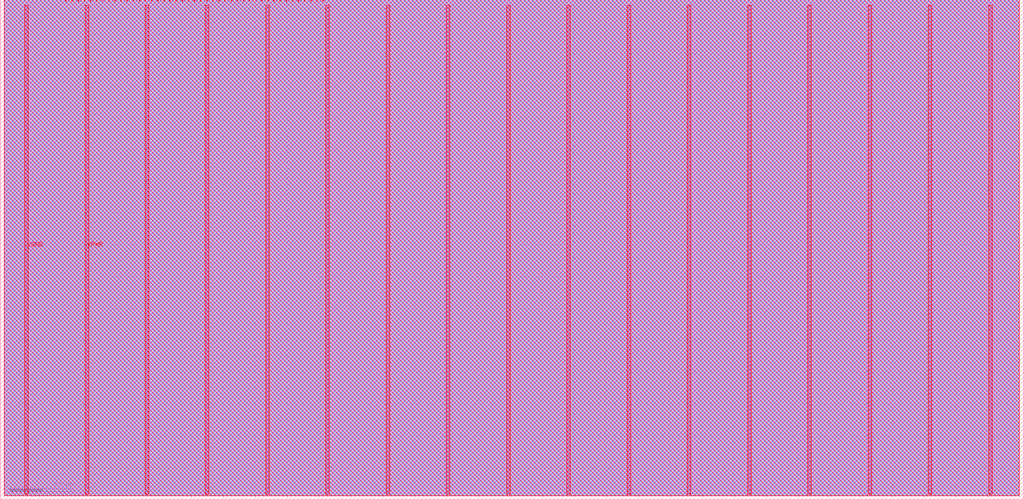
<source format=lef>
VERSION 5.8 ;
BUSBITCHARS "[]" ;
DIVIDERCHAR "/" ;
UNITS
    DATABASE MICRONS 1000 ;
END UNITS

VIA tt_um_ravenslofty_chess_via1_2_2200_440_1_5_410_410
  VIARULE via1Array ;
  CUTSIZE 0.19 0.19 ;
  LAYERS Metal1 Via1 Metal2 ;
  CUTSPACING 0.22 0.22 ;
  ENCLOSURE 0.01 0.125 0.05 0.005 ;
  ROWCOL 1 5 ;
END tt_um_ravenslofty_chess_via1_2_2200_440_1_5_410_410

VIA tt_um_ravenslofty_chess_via2_3_2200_440_1_5_410_410
  VIARULE via2Array ;
  CUTSIZE 0.19 0.19 ;
  LAYERS Metal2 Via2 Metal3 ;
  CUTSPACING 0.22 0.22 ;
  ENCLOSURE 0.05 0.005 0.005 0.05 ;
  ROWCOL 1 5 ;
END tt_um_ravenslofty_chess_via2_3_2200_440_1_5_410_410

VIA tt_um_ravenslofty_chess_via3_4_2200_440_1_5_410_410
  VIARULE via3Array ;
  CUTSIZE 0.19 0.19 ;
  LAYERS Metal3 Via3 Metal4 ;
  CUTSPACING 0.22 0.22 ;
  ENCLOSURE 0.005 0.05 0.05 0.005 ;
  ROWCOL 1 5 ;
END tt_um_ravenslofty_chess_via3_4_2200_440_1_5_410_410

VIA tt_um_ravenslofty_chess_via4_5_2200_440_1_5_410_410
  VIARULE via4Array ;
  CUTSIZE 0.19 0.19 ;
  LAYERS Metal4 Via4 Metal5 ;
  CUTSPACING 0.22 0.22 ;
  ENCLOSURE 0.05 0.005 0.185 0.05 ;
  ROWCOL 1 5 ;
END tt_um_ravenslofty_chess_via4_5_2200_440_1_5_410_410

MACRO tt_um_ravenslofty_chess
  FOREIGN tt_um_ravenslofty_chess 0 0 ;
  CLASS BLOCK ;
  SIZE 642.24 BY 313.74 ;
  PIN clk
    DIRECTION INPUT ;
    USE SIGNAL ;
    PORT
      LAYER Metal5 ;
        RECT  198.57 312.74 198.87 313.74 ;
    END
  END clk
  PIN ena
    DIRECTION INPUT ;
    USE SIGNAL ;
    PORT
      LAYER Metal5 ;
        RECT  202.41 312.74 202.71 313.74 ;
    END
  END ena
  PIN rst_n
    DIRECTION INPUT ;
    USE SIGNAL ;
    PORT
      LAYER Metal5 ;
        RECT  194.73 312.74 195.03 313.74 ;
    END
  END rst_n
  PIN ui_in[0]
    DIRECTION INPUT ;
    USE SIGNAL ;
    PORT
      LAYER Metal5 ;
        RECT  190.89 312.74 191.19 313.74 ;
    END
  END ui_in[0]
  PIN ui_in[1]
    DIRECTION INPUT ;
    USE SIGNAL ;
    PORT
      LAYER Metal5 ;
        RECT  187.05 312.74 187.35 313.74 ;
    END
  END ui_in[1]
  PIN ui_in[2]
    DIRECTION INPUT ;
    USE SIGNAL ;
    PORT
      LAYER Metal5 ;
        RECT  183.21 312.74 183.51 313.74 ;
    END
  END ui_in[2]
  PIN ui_in[3]
    DIRECTION INPUT ;
    USE SIGNAL ;
    PORT
      LAYER Metal5 ;
        RECT  179.37 312.74 179.67 313.74 ;
    END
  END ui_in[3]
  PIN ui_in[4]
    DIRECTION INPUT ;
    USE SIGNAL ;
    PORT
      LAYER Metal5 ;
        RECT  175.53 312.74 175.83 313.74 ;
    END
  END ui_in[4]
  PIN ui_in[5]
    DIRECTION INPUT ;
    USE SIGNAL ;
    PORT
      LAYER Metal5 ;
        RECT  171.69 312.74 171.99 313.74 ;
    END
  END ui_in[5]
  PIN ui_in[6]
    DIRECTION INPUT ;
    USE SIGNAL ;
    PORT
      LAYER Metal5 ;
        RECT  167.85 312.74 168.15 313.74 ;
    END
  END ui_in[6]
  PIN ui_in[7]
    DIRECTION INPUT ;
    USE SIGNAL ;
    PORT
      LAYER Metal5 ;
        RECT  164.01 312.74 164.31 313.74 ;
    END
  END ui_in[7]
  PIN uio_in[0]
    DIRECTION INPUT ;
    USE SIGNAL ;
    PORT
      LAYER Metal5 ;
        RECT  160.17 312.74 160.47 313.74 ;
    END
  END uio_in[0]
  PIN uio_in[1]
    DIRECTION INPUT ;
    USE SIGNAL ;
    PORT
      LAYER Metal5 ;
        RECT  156.33 312.74 156.63 313.74 ;
    END
  END uio_in[1]
  PIN uio_in[2]
    DIRECTION INPUT ;
    USE SIGNAL ;
    PORT
      LAYER Metal5 ;
        RECT  152.49 312.74 152.79 313.74 ;
    END
  END uio_in[2]
  PIN uio_in[3]
    DIRECTION INPUT ;
    USE SIGNAL ;
    PORT
      LAYER Metal5 ;
        RECT  148.65 312.74 148.95 313.74 ;
    END
  END uio_in[3]
  PIN uio_in[4]
    DIRECTION INPUT ;
    USE SIGNAL ;
    PORT
      LAYER Metal5 ;
        RECT  144.81 312.74 145.11 313.74 ;
    END
  END uio_in[4]
  PIN uio_in[5]
    DIRECTION INPUT ;
    USE SIGNAL ;
    PORT
      LAYER Metal5 ;
        RECT  140.97 312.74 141.27 313.74 ;
    END
  END uio_in[5]
  PIN uio_in[6]
    DIRECTION INPUT ;
    USE SIGNAL ;
    PORT
      LAYER Metal5 ;
        RECT  137.13 312.74 137.43 313.74 ;
    END
  END uio_in[6]
  PIN uio_in[7]
    DIRECTION INPUT ;
    USE SIGNAL ;
    PORT
      LAYER Metal5 ;
        RECT  133.29 312.74 133.59 313.74 ;
    END
  END uio_in[7]
  PIN uio_oe[0]
    DIRECTION OUTPUT ;
    USE SIGNAL ;
    PORT
      LAYER Metal5 ;
        RECT  68.01 312.74 68.31 313.74 ;
    END
  END uio_oe[0]
  PIN uio_oe[1]
    DIRECTION OUTPUT ;
    USE SIGNAL ;
    PORT
      LAYER Metal5 ;
        RECT  64.17 312.74 64.47 313.74 ;
    END
  END uio_oe[1]
  PIN uio_oe[2]
    DIRECTION OUTPUT ;
    USE SIGNAL ;
    PORT
      LAYER Metal5 ;
        RECT  60.33 312.74 60.63 313.74 ;
    END
  END uio_oe[2]
  PIN uio_oe[3]
    DIRECTION OUTPUT ;
    USE SIGNAL ;
    PORT
      LAYER Metal5 ;
        RECT  56.49 312.74 56.79 313.74 ;
    END
  END uio_oe[3]
  PIN uio_oe[4]
    DIRECTION OUTPUT ;
    USE SIGNAL ;
    PORT
      LAYER Metal5 ;
        RECT  52.65 312.74 52.95 313.74 ;
    END
  END uio_oe[4]
  PIN uio_oe[5]
    DIRECTION OUTPUT ;
    USE SIGNAL ;
    PORT
      LAYER Metal5 ;
        RECT  48.81 312.74 49.11 313.74 ;
    END
  END uio_oe[5]
  PIN uio_oe[6]
    DIRECTION OUTPUT ;
    USE SIGNAL ;
    PORT
      LAYER Metal5 ;
        RECT  44.97 312.74 45.27 313.74 ;
    END
  END uio_oe[6]
  PIN uio_oe[7]
    DIRECTION OUTPUT ;
    USE SIGNAL ;
    PORT
      LAYER Metal5 ;
        RECT  41.13 312.74 41.43 313.74 ;
    END
  END uio_oe[7]
  PIN uio_out[0]
    DIRECTION OUTPUT ;
    USE SIGNAL ;
    PORT
      LAYER Metal5 ;
        RECT  98.73 312.74 99.03 313.74 ;
    END
  END uio_out[0]
  PIN uio_out[1]
    DIRECTION OUTPUT ;
    USE SIGNAL ;
    PORT
      LAYER Metal5 ;
        RECT  94.89 312.74 95.19 313.74 ;
    END
  END uio_out[1]
  PIN uio_out[2]
    DIRECTION OUTPUT ;
    USE SIGNAL ;
    PORT
      LAYER Metal5 ;
        RECT  91.05 312.74 91.35 313.74 ;
    END
  END uio_out[2]
  PIN uio_out[3]
    DIRECTION OUTPUT ;
    USE SIGNAL ;
    PORT
      LAYER Metal5 ;
        RECT  87.21 312.74 87.51 313.74 ;
    END
  END uio_out[3]
  PIN uio_out[4]
    DIRECTION OUTPUT ;
    USE SIGNAL ;
    PORT
      LAYER Metal5 ;
        RECT  83.37 312.74 83.67 313.74 ;
    END
  END uio_out[4]
  PIN uio_out[5]
    DIRECTION OUTPUT ;
    USE SIGNAL ;
    PORT
      LAYER Metal5 ;
        RECT  79.53 312.74 79.83 313.74 ;
    END
  END uio_out[5]
  PIN uio_out[6]
    DIRECTION OUTPUT ;
    USE SIGNAL ;
    PORT
      LAYER Metal5 ;
        RECT  75.69 312.74 75.99 313.74 ;
    END
  END uio_out[6]
  PIN uio_out[7]
    DIRECTION OUTPUT ;
    USE SIGNAL ;
    PORT
      LAYER Metal5 ;
        RECT  71.85 312.74 72.15 313.74 ;
    END
  END uio_out[7]
  PIN uo_out[0]
    DIRECTION OUTPUT ;
    USE SIGNAL ;
    PORT
      LAYER Metal5 ;
        RECT  129.45 312.74 129.75 313.74 ;
    END
  END uo_out[0]
  PIN uo_out[1]
    DIRECTION OUTPUT ;
    USE SIGNAL ;
    PORT
      LAYER Metal5 ;
        RECT  125.61 312.74 125.91 313.74 ;
    END
  END uo_out[1]
  PIN uo_out[2]
    DIRECTION OUTPUT ;
    USE SIGNAL ;
    PORT
      LAYER Metal5 ;
        RECT  121.77 312.74 122.07 313.74 ;
    END
  END uo_out[2]
  PIN uo_out[3]
    DIRECTION OUTPUT ;
    USE SIGNAL ;
    PORT
      LAYER Metal5 ;
        RECT  117.93 312.74 118.23 313.74 ;
    END
  END uo_out[3]
  PIN uo_out[4]
    DIRECTION OUTPUT ;
    USE SIGNAL ;
    PORT
      LAYER Metal5 ;
        RECT  114.09 312.74 114.39 313.74 ;
    END
  END uo_out[4]
  PIN uo_out[5]
    DIRECTION OUTPUT ;
    USE SIGNAL ;
    PORT
      LAYER Metal5 ;
        RECT  110.25 312.74 110.55 313.74 ;
    END
  END uo_out[5]
  PIN uo_out[6]
    DIRECTION OUTPUT ;
    USE SIGNAL ;
    PORT
      LAYER Metal5 ;
        RECT  106.41 312.74 106.71 313.74 ;
    END
  END uo_out[6]
  PIN uo_out[7]
    DIRECTION OUTPUT ;
    USE SIGNAL ;
    PORT
      LAYER Metal5 ;
        RECT  102.57 312.74 102.87 313.74 ;
    END
  END uo_out[7]
  PIN VGND
    DIRECTION INOUT ;
    USE GROUND ;
    PORT
      LAYER Metal5 ;
        RECT  620.18 3.56 622.38 310.18 ;
        RECT  544.58 3.56 546.78 310.18 ;
        RECT  468.98 3.56 471.18 310.18 ;
        RECT  393.38 3.56 395.58 310.18 ;
        RECT  317.78 3.56 319.98 310.18 ;
        RECT  242.18 3.56 244.38 310.18 ;
        RECT  166.58 3.56 168.78 310.18 ;
        RECT  90.98 3.56 93.18 310.18 ;
        RECT  15.38 3.56 17.58 310.18 ;
    END
  END VGND
  PIN VPWR
    DIRECTION INOUT ;
    USE POWER ;
    PORT
      LAYER Metal5 ;
        RECT  582.38 3.56 584.58 310.18 ;
        RECT  506.78 3.56 508.98 310.18 ;
        RECT  431.18 3.56 433.38 310.18 ;
        RECT  355.58 3.56 357.78 310.18 ;
        RECT  279.98 3.56 282.18 310.18 ;
        RECT  204.38 3.56 206.58 310.18 ;
        RECT  128.78 3.56 130.98 310.18 ;
        RECT  53.18 3.56 55.38 310.18 ;
    END
  END VPWR
  OBS
    LAYER Metal1 ;
     RECT  2.605 2.375 639.36 313.74 ;
    LAYER Metal2 ;
     RECT  2.605 2.375 639.36 313.74 ;
    LAYER Metal3 ;
     RECT  2.605 2.375 639.36 313.74 ;
    LAYER Metal4 ;
     RECT  2.605 2.375 639.36 313.74 ;
    LAYER Metal5 ;
     RECT  2.605 2.375 639.36 313.74 ;
  END
END tt_um_ravenslofty_chess
END LIBRARY

</source>
